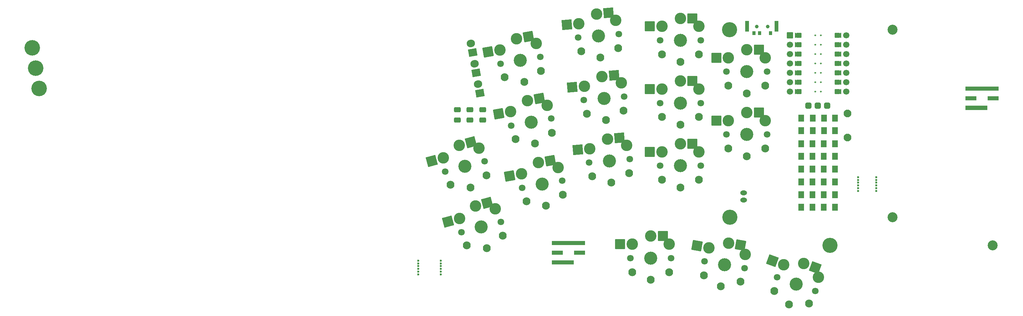
<source format=gbr>
%TF.GenerationSoftware,KiCad,Pcbnew,(6.0.8)*%
%TF.CreationDate,2023-01-01T22:00:03+01:00*%
%TF.ProjectId,rule169,72756c65-3136-4392-9e6b-696361645f70,v1.0.0*%
%TF.SameCoordinates,Original*%
%TF.FileFunction,Soldermask,Top*%
%TF.FilePolarity,Negative*%
%FSLAX46Y46*%
G04 Gerber Fmt 4.6, Leading zero omitted, Abs format (unit mm)*
G04 Created by KiCad (PCBNEW (6.0.8)) date 2023-01-01 22:00:03*
%MOMM*%
%LPD*%
G01*
G04 APERTURE LIST*
G04 Aperture macros list*
%AMRoundRect*
0 Rectangle with rounded corners*
0 $1 Rounding radius*
0 $2 $3 $4 $5 $6 $7 $8 $9 X,Y pos of 4 corners*
0 Add a 4 corners polygon primitive as box body*
4,1,4,$2,$3,$4,$5,$6,$7,$8,$9,$2,$3,0*
0 Add four circle primitives for the rounded corners*
1,1,$1+$1,$2,$3*
1,1,$1+$1,$4,$5*
1,1,$1+$1,$6,$7*
1,1,$1+$1,$8,$9*
0 Add four rect primitives between the rounded corners*
20,1,$1+$1,$2,$3,$4,$5,0*
20,1,$1+$1,$4,$5,$6,$7,0*
20,1,$1+$1,$6,$7,$8,$9,0*
20,1,$1+$1,$8,$9,$2,$3,0*%
%AMHorizOval*
0 Thick line with rounded ends*
0 $1 width*
0 $2 $3 position (X,Y) of the first rounded end (center of the circle)*
0 $4 $5 position (X,Y) of the second rounded end (center of the circle)*
0 Add line between two ends*
20,1,$1,$2,$3,$4,$5,0*
0 Add two circle primitives to create the rounded ends*
1,1,$1,$2,$3*
1,1,$1,$4,$5*%
%AMFreePoly0*
4,1,14,0.635355,0.435355,0.650000,0.400000,0.650000,0.200000,0.635355,0.164645,0.035355,-0.435355,0.000000,-0.450000,-0.035355,-0.435355,-0.635355,0.164645,-0.650000,0.200000,-0.650000,0.400000,-0.635355,0.435355,-0.600000,0.450000,0.600000,0.450000,0.635355,0.435355,0.635355,0.435355,$1*%
%AMFreePoly1*
4,1,16,0.635355,1.035355,0.650000,1.000000,0.650000,-0.250000,0.635355,-0.285355,0.600000,-0.300000,-0.600000,-0.300000,-0.635355,-0.285355,-0.650000,-0.250000,-0.650000,1.000000,-0.635355,1.035355,-0.600000,1.050000,-0.564645,1.035355,0.000000,0.470710,0.564645,1.035355,0.600000,1.050000,0.635355,1.035355,0.635355,1.035355,$1*%
G04 Aperture macros list end*
%ADD10C,0.000000*%
%ADD11C,0.250000*%
%ADD12C,0.100000*%
%ADD13HorizOval,2.005000X-0.125071X-0.022053X0.125071X0.022053X0*%
%ADD14RoundRect,0.050000X1.228500X-0.750576X0.897700X1.125483X-1.228500X0.750576X-0.897700X-1.125483X0*%
%ADD15C,3.100000*%
%ADD16C,3.529000*%
%ADD17C,1.801800*%
%ADD18C,2.132000*%
%ADD19RoundRect,0.050000X-1.181751X-1.408356X1.408356X-1.181751X1.181751X1.408356X-1.408356X1.181751X0*%
%ADD20RoundRect,0.050000X-0.750000X0.900000X-0.750000X-0.900000X0.750000X-0.900000X0.750000X0.900000X0*%
%ADD21C,0.600000*%
%ADD22RoundRect,0.050000X-1.300000X-1.300000X1.300000X-1.300000X1.300000X1.300000X-1.300000X1.300000X0*%
%ADD23C,4.200000*%
%ADD24C,2.700000*%
%ADD25RoundRect,0.050000X-0.919239X-1.592168X1.592168X-0.919239X0.919239X1.592168X-1.592168X0.919239X0*%
%ADD26C,1.000000*%
%ADD27RoundRect,0.050000X-0.350000X-0.500000X0.350000X-0.500000X0.350000X0.500000X-0.350000X0.500000X0*%
%ADD28RoundRect,0.050000X-0.500000X1.400000X-0.500000X-1.400000X0.500000X-1.400000X0.500000X1.400000X0*%
%ADD29C,4.100000*%
%ADD30RoundRect,0.050000X-1.054507X-1.505993X1.505993X-1.054507X1.054507X1.505993X-1.505993X1.054507X0*%
%ADD31C,1.700000*%
%ADD32FreePoly0,270.000000*%
%ADD33FreePoly0,90.000000*%
%ADD34RoundRect,0.050000X-0.800000X0.800000X-0.800000X-0.800000X0.800000X-0.800000X0.800000X0.800000X0*%
%ADD35FreePoly1,270.000000*%
%ADD36FreePoly1,90.000000*%
%ADD37RoundRect,0.450000X-0.400000X-0.400000X0.400000X-0.400000X0.400000X0.400000X-0.400000X0.400000X0*%
%ADD38O,1.850000X1.300000*%
%ADD39C,2.100000*%
%ADD40RoundRect,0.050000X-1.666227X-0.776974X0.776974X-1.666227X1.666227X0.776974X-0.776974X1.666227X0*%
%ADD41RoundRect,0.050000X-1.505993X-1.054507X1.054507X-1.505993X1.505993X1.054507X-1.054507X1.505993X0*%
%ADD42RoundRect,0.300000X-0.625000X0.375000X-0.625000X-0.375000X0.625000X-0.375000X0.625000X0.375000X0*%
G04 APERTURE END LIST*
D10*
G36*
X180883473Y-90410205D02*
G01*
X177923317Y-90410205D01*
X177923318Y-89280254D01*
X180883473Y-89280254D01*
X180883473Y-90410205D01*
G37*
G36*
X286767152Y-48567503D02*
G01*
X283806642Y-48567503D01*
X283806642Y-47437558D01*
X286767151Y-47437558D01*
X286767152Y-48567503D01*
G37*
G36*
X292777040Y-45954125D02*
G01*
X283806642Y-45954125D01*
X283806641Y-44824175D01*
X292777039Y-44824175D01*
X292777040Y-45954125D01*
G37*
G36*
X174873556Y-90410205D02*
G01*
X171913392Y-90410205D01*
X171913392Y-89280254D01*
X174873551Y-89280254D01*
X174873556Y-90410205D01*
G37*
G36*
X180883473Y-87796825D02*
G01*
X171913044Y-87796824D01*
X171913044Y-86666873D01*
X180883473Y-86666873D01*
X180883473Y-87796825D01*
G37*
G36*
X177833714Y-93023578D02*
G01*
X171913399Y-93023578D01*
X171913399Y-91893985D01*
X177833714Y-91893985D01*
X177833714Y-93023578D01*
G37*
G36*
X174873556Y-90410205D02*
G01*
X171913392Y-90410205D01*
X171913392Y-89280254D01*
X174873551Y-89280254D01*
X174873556Y-90410205D01*
G37*
G36*
X177833714Y-93023578D02*
G01*
X171913399Y-93023578D01*
X171913399Y-91893985D01*
X177833714Y-91893985D01*
X177833714Y-93023578D01*
G37*
G36*
X289727295Y-51181233D02*
G01*
X283806641Y-51181233D01*
X283806642Y-50051287D01*
X289727296Y-50051287D01*
X289727295Y-51181233D01*
G37*
G36*
X180883473Y-87796825D02*
G01*
X171913044Y-87796824D01*
X171913044Y-86666873D01*
X180883473Y-86666873D01*
X180883473Y-87796825D01*
G37*
G36*
X292777040Y-48567503D02*
G01*
X289816896Y-48567503D01*
X289816895Y-47437558D01*
X292777040Y-47437558D01*
X292777040Y-48567503D01*
G37*
G36*
X180883473Y-90410205D02*
G01*
X177923317Y-90410205D01*
X177923318Y-89280254D01*
X180883473Y-89280254D01*
X180883473Y-90410205D01*
G37*
D11*
%TO.C,U1*%
X243287209Y-46199069D02*
G75*
G03*
X243287209Y-46199069I-125000J0D01*
G01*
X244811209Y-30959069D02*
G75*
G03*
X244811209Y-30959069I-125000J0D01*
G01*
X243287209Y-38579069D02*
G75*
G03*
X243287209Y-38579069I-125000J0D01*
G01*
X244811209Y-33499069D02*
G75*
G03*
X244811209Y-33499069I-125000J0D01*
G01*
X243287209Y-33499069D02*
G75*
G03*
X243287209Y-33499069I-125000J0D01*
G01*
X243287209Y-30959069D02*
G75*
G03*
X243287209Y-30959069I-125000J0D01*
G01*
X244811209Y-36039069D02*
G75*
G03*
X244811209Y-36039069I-125000J0D01*
G01*
X244811209Y-43659069D02*
G75*
G03*
X244811209Y-43659069I-125000J0D01*
G01*
X243287209Y-43659069D02*
G75*
G03*
X243287209Y-43659069I-125000J0D01*
G01*
X243287209Y-36039069D02*
G75*
G03*
X243287209Y-36039069I-125000J0D01*
G01*
X244811209Y-41119069D02*
G75*
G03*
X244811209Y-41119069I-125000J0D01*
G01*
X244811209Y-38579069D02*
G75*
G03*
X244811209Y-38579069I-125000J0D01*
G01*
X244811209Y-46199069D02*
G75*
G03*
X244811209Y-46199069I-125000J0D01*
G01*
X243287209Y-41119069D02*
G75*
G03*
X243287209Y-41119069I-125000J0D01*
G01*
G36*
X250020209Y-46707069D02*
G01*
X249004209Y-46707069D01*
X249004209Y-45691069D01*
X250020209Y-45691069D01*
X250020209Y-46707069D01*
G37*
D12*
X250020209Y-46707069D02*
X249004209Y-46707069D01*
X249004209Y-45691069D01*
X250020209Y-45691069D01*
X250020209Y-46707069D01*
G36*
X250020209Y-34007069D02*
G01*
X249004209Y-34007069D01*
X249004209Y-32991069D01*
X250020209Y-32991069D01*
X250020209Y-34007069D01*
G37*
X250020209Y-34007069D02*
X249004209Y-34007069D01*
X249004209Y-32991069D01*
X250020209Y-32991069D01*
X250020209Y-34007069D01*
G36*
X238844209Y-41627069D02*
G01*
X237828209Y-41627069D01*
X237828209Y-40611069D01*
X238844209Y-40611069D01*
X238844209Y-41627069D01*
G37*
X238844209Y-41627069D02*
X237828209Y-41627069D01*
X237828209Y-40611069D01*
X238844209Y-40611069D01*
X238844209Y-41627069D01*
G36*
X250020209Y-39087069D02*
G01*
X249004209Y-39087069D01*
X249004209Y-38071069D01*
X250020209Y-38071069D01*
X250020209Y-39087069D01*
G37*
X250020209Y-39087069D02*
X249004209Y-39087069D01*
X249004209Y-38071069D01*
X250020209Y-38071069D01*
X250020209Y-39087069D01*
G36*
X238844209Y-44167069D02*
G01*
X237828209Y-44167069D01*
X237828209Y-43151069D01*
X238844209Y-43151069D01*
X238844209Y-44167069D01*
G37*
X238844209Y-44167069D02*
X237828209Y-44167069D01*
X237828209Y-43151069D01*
X238844209Y-43151069D01*
X238844209Y-44167069D01*
G36*
X238844209Y-31467069D02*
G01*
X237828209Y-31467069D01*
X237828209Y-30451069D01*
X238844209Y-30451069D01*
X238844209Y-31467069D01*
G37*
X238844209Y-31467069D02*
X237828209Y-31467069D01*
X237828209Y-30451069D01*
X238844209Y-30451069D01*
X238844209Y-31467069D01*
G36*
X250020209Y-44167069D02*
G01*
X249004209Y-44167069D01*
X249004209Y-43151069D01*
X250020209Y-43151069D01*
X250020209Y-44167069D01*
G37*
X250020209Y-44167069D02*
X249004209Y-44167069D01*
X249004209Y-43151069D01*
X250020209Y-43151069D01*
X250020209Y-44167069D01*
G36*
X250020209Y-36547069D02*
G01*
X249004209Y-36547069D01*
X249004209Y-35531069D01*
X250020209Y-35531069D01*
X250020209Y-36547069D01*
G37*
X250020209Y-36547069D02*
X249004209Y-36547069D01*
X249004209Y-35531069D01*
X250020209Y-35531069D01*
X250020209Y-36547069D01*
G36*
X238844209Y-34007069D02*
G01*
X237828209Y-34007069D01*
X237828209Y-32991069D01*
X238844209Y-32991069D01*
X238844209Y-34007069D01*
G37*
X238844209Y-34007069D02*
X237828209Y-34007069D01*
X237828209Y-32991069D01*
X238844209Y-32991069D01*
X238844209Y-34007069D01*
G36*
X238844209Y-39087069D02*
G01*
X237828209Y-39087069D01*
X237828209Y-38071069D01*
X238844209Y-38071069D01*
X238844209Y-39087069D01*
G37*
X238844209Y-39087069D02*
X237828209Y-39087069D01*
X237828209Y-38071069D01*
X238844209Y-38071069D01*
X238844209Y-39087069D01*
G36*
X250020209Y-41627069D02*
G01*
X249004209Y-41627069D01*
X249004209Y-40611069D01*
X250020209Y-40611069D01*
X250020209Y-41627069D01*
G37*
X250020209Y-41627069D02*
X249004209Y-41627069D01*
X249004209Y-40611069D01*
X250020209Y-40611069D01*
X250020209Y-41627069D01*
G36*
X238844209Y-46707069D02*
G01*
X237828209Y-46707069D01*
X237828209Y-45691069D01*
X238844209Y-45691069D01*
X238844209Y-46707069D01*
G37*
X238844209Y-46707069D02*
X237828209Y-46707069D01*
X237828209Y-45691069D01*
X238844209Y-45691069D01*
X238844209Y-46707069D01*
G36*
X250020209Y-31467069D02*
G01*
X249004209Y-31467069D01*
X249004209Y-30451069D01*
X250020209Y-30451069D01*
X250020209Y-31467069D01*
G37*
X250020209Y-31467069D02*
X249004209Y-31467069D01*
X249004209Y-30451069D01*
X250020209Y-30451069D01*
X250020209Y-31467069D01*
G36*
X238844209Y-36547069D02*
G01*
X237828209Y-36547069D01*
X237828209Y-35531069D01*
X238844209Y-35531069D01*
X238844209Y-36547069D01*
G37*
X238844209Y-36547069D02*
X237828209Y-36547069D01*
X237828209Y-35531069D01*
X238844209Y-35531069D01*
X238844209Y-36547069D01*
%TD*%
D13*
%TO.C,L1*%
X149984042Y-33150014D03*
D14*
X150422330Y-35635669D03*
%TD*%
D15*
%TO.C,S11*%
X186940985Y-59043894D03*
X182151754Y-61671301D03*
X192113701Y-60799743D03*
D16*
X187459562Y-64971252D03*
D17*
X181980491Y-65450609D03*
X192938633Y-64491895D03*
D18*
X187973781Y-70848801D03*
D19*
X190203523Y-58758458D03*
D18*
X192771727Y-68321013D03*
D19*
X178889217Y-61956736D03*
D18*
X182809780Y-69192571D03*
%TD*%
D20*
%TO.C,D2*%
X245500765Y-53384830D03*
X245500765Y-56784830D03*
%TD*%
D21*
%TO.C,REF\u002A\u002A*%
X135684000Y-92003000D03*
X135684000Y-93483000D03*
X135684000Y-94963000D03*
X135684000Y-92743000D03*
X135684000Y-95703000D03*
X135684000Y-94223000D03*
%TD*%
D20*
%TO.C,D12*%
X239396434Y-67240275D03*
X239396434Y-70640275D03*
%TD*%
D16*
%TO.C,S13*%
X224648729Y-57803880D03*
D17*
X230148729Y-57803880D03*
X219148729Y-57803880D03*
D15*
X224648729Y-51853880D03*
X229648729Y-54053880D03*
X219648729Y-54053880D03*
D18*
X224648729Y-63703880D03*
D22*
X227923729Y-51853880D03*
D18*
X219648729Y-61603880D03*
X229648729Y-61603880D03*
D22*
X216373729Y-54053880D03*
%TD*%
D20*
%TO.C,D16*%
X242444430Y-74167999D03*
X242444430Y-77567999D03*
%TD*%
D15*
%TO.C,S4*%
X229648731Y-37053873D03*
D17*
X219148731Y-40803873D03*
D16*
X224648731Y-40803873D03*
D15*
X219648731Y-37053873D03*
X224648731Y-34853873D03*
D17*
X230148731Y-40803873D03*
D18*
X224648731Y-46703873D03*
D22*
X227923731Y-34853873D03*
D18*
X219648731Y-44603873D03*
X229648731Y-44603873D03*
D22*
X216373731Y-37053873D03*
%TD*%
D21*
%TO.C,REF\u002A\u002A*%
X254762000Y-70137000D03*
X254762000Y-70877000D03*
X254762000Y-72357000D03*
X254762000Y-73097000D03*
X254762000Y-71617000D03*
X254762000Y-69397000D03*
%TD*%
D23*
%TO.C,*%
X32179313Y-39887738D03*
%TD*%
D24*
%TO.C,*%
X264116865Y-80270476D03*
%TD*%
D20*
%TO.C,D4*%
X239396428Y-53384830D03*
X239396428Y-56784830D03*
%TD*%
%TO.C,D5*%
X248540436Y-60312552D03*
X248540436Y-63712552D03*
%TD*%
%TO.C,D14*%
X248540430Y-74168000D03*
X248540430Y-77568000D03*
%TD*%
D15*
%TO.C,S12*%
X211648730Y-62553877D03*
D17*
X201148730Y-66303877D03*
D16*
X206648730Y-66303877D03*
D17*
X212148730Y-66303877D03*
D15*
X206648730Y-60353877D03*
X201648730Y-62553877D03*
D22*
X209923730Y-60353877D03*
D18*
X206648730Y-72203877D03*
X211648730Y-70103877D03*
X201648730Y-70103877D03*
D22*
X198373730Y-62553877D03*
%TD*%
D20*
%TO.C,D15*%
X245492430Y-74167999D03*
X245492430Y-77567999D03*
%TD*%
D24*
%TO.C,*%
X291199906Y-87884000D03*
%TD*%
%TO.C,REF\u002A\u002A*%
X264066063Y-29408473D03*
%TD*%
D20*
%TO.C,D8*%
X239396424Y-60312553D03*
X239396424Y-63712553D03*
%TD*%
D15*
%TO.C,S3*%
X201648726Y-28553870D03*
D17*
X201148726Y-32303870D03*
D15*
X211648726Y-28553870D03*
X206648726Y-26353870D03*
D16*
X206648726Y-32303870D03*
D17*
X212148726Y-32303870D03*
D22*
X209923726Y-26353870D03*
D18*
X206648726Y-38203870D03*
X211648726Y-36103870D03*
D22*
X198373726Y-28553870D03*
D18*
X201648726Y-36103870D03*
%TD*%
D15*
%TO.C,S2*%
X183977693Y-25173273D03*
X179188462Y-27800680D03*
D17*
X179017199Y-31579988D03*
D15*
X189150409Y-26929122D03*
D17*
X189975341Y-30621274D03*
D16*
X184496270Y-31100631D03*
D18*
X185010489Y-36978180D03*
D19*
X187240231Y-24887837D03*
X175925925Y-28086115D03*
D18*
X179846488Y-35321950D03*
X189808435Y-34450392D03*
%TD*%
D23*
%TO.C,*%
X33148424Y-45383831D03*
%TD*%
D21*
%TO.C,REF\u002A\u002A*%
X141859000Y-94963000D03*
X141859000Y-95703000D03*
X141859000Y-93483000D03*
X141859000Y-92003000D03*
X141859000Y-94223000D03*
X141859000Y-92743000D03*
%TD*%
D15*
%TO.C,S8*%
X201648724Y-45553883D03*
X206648724Y-43353883D03*
D17*
X201148724Y-49303883D03*
D16*
X206648724Y-49303883D03*
D15*
X211648724Y-45553883D03*
D17*
X212148724Y-49303883D03*
D18*
X206648724Y-55203883D03*
D22*
X209923724Y-43353883D03*
D18*
X211648724Y-53103883D03*
X201648724Y-53103883D03*
D22*
X198373724Y-45553883D03*
%TD*%
D17*
%TO.C,S5*%
X153640966Y-65059790D03*
D16*
X148328374Y-66483295D03*
D17*
X143015782Y-67906800D03*
D15*
X142528173Y-64155168D03*
X146788401Y-60736036D03*
X152187432Y-61566978D03*
D18*
X149855406Y-72182257D03*
D25*
X149951808Y-59888404D03*
D18*
X154141516Y-68859718D03*
X144482257Y-71447908D03*
D25*
X139364766Y-65002801D03*
%TD*%
D20*
%TO.C,D10*%
X245492428Y-67240275D03*
X245492428Y-70640275D03*
%TD*%
D26*
%TO.C,PSW1*%
X230314000Y-28614566D03*
X227314000Y-28564566D03*
D27*
X231064000Y-30414566D03*
X228064000Y-30414566D03*
X226564000Y-30414566D03*
D28*
X224714000Y-28514566D03*
X232664000Y-28514566D03*
%TD*%
D20*
%TO.C,D6*%
X245492431Y-60312553D03*
X245492431Y-63712553D03*
%TD*%
%TO.C,D1*%
X248540433Y-53384830D03*
X248540433Y-56784830D03*
%TD*%
D29*
%TO.C,REF\u002A\u002A*%
X220008156Y-29408474D03*
%TD*%
D15*
%TO.C,S6*%
X160741920Y-51658472D03*
D17*
X160900696Y-55438325D03*
D16*
X166317139Y-54483260D03*
D15*
X170589997Y-49921990D03*
X165283932Y-48623654D03*
D17*
X171733582Y-53528195D03*
D30*
X168509178Y-48054956D03*
D18*
X167341663Y-60293626D03*
D30*
X157516674Y-52227170D03*
D18*
X162052963Y-59093770D03*
X171901041Y-57357289D03*
%TD*%
D15*
%TO.C,S9*%
X146928096Y-80575913D03*
D17*
X147415705Y-84327545D03*
X158040889Y-81480535D03*
D15*
X151188324Y-77156781D03*
X156587355Y-77987723D03*
D16*
X152728297Y-82904040D03*
D25*
X154351731Y-76309149D03*
D18*
X154255329Y-88603002D03*
X148882180Y-87868653D03*
X158541439Y-85280463D03*
D25*
X143764689Y-81423546D03*
%TD*%
D31*
%TO.C,U1*%
X236304209Y-46199069D03*
D32*
X249766209Y-43659069D03*
D31*
X251544209Y-33499069D03*
D33*
X238082209Y-43659069D03*
X238082209Y-38579069D03*
D31*
X251544209Y-41119069D03*
D33*
X238082209Y-30959069D03*
D32*
X249766209Y-38579069D03*
D31*
X251544209Y-43659069D03*
D32*
X249766209Y-30959069D03*
X249766209Y-41119069D03*
X249766209Y-36039069D03*
D31*
X251544209Y-38579069D03*
D33*
X238082209Y-36039069D03*
X238082209Y-41119069D03*
D31*
X251544209Y-46199069D03*
D32*
X249766209Y-46199069D03*
D33*
X238082209Y-33499069D03*
D31*
X236304209Y-36039069D03*
X236304209Y-41119069D03*
D34*
X236304209Y-30959069D03*
D31*
X236304209Y-43659069D03*
X236304209Y-33499069D03*
D33*
X238082209Y-46199069D03*
D32*
X249766209Y-33499069D03*
D31*
X236304209Y-38579069D03*
X251544209Y-36039069D03*
X236304209Y-30959069D03*
X251544209Y-30959069D03*
D35*
X248750209Y-30959069D03*
X248750209Y-33499069D03*
X248750209Y-36039069D03*
X248750209Y-38579069D03*
X248750209Y-41119069D03*
X248750209Y-43659069D03*
X248750209Y-46199069D03*
D36*
X239098209Y-46199069D03*
X239098209Y-43659069D03*
X239098209Y-41119069D03*
X239098209Y-38579069D03*
X239098209Y-36039069D03*
X239098209Y-33499069D03*
X239098209Y-30959069D03*
D37*
X246362609Y-50009069D03*
X241282609Y-50009069D03*
X243822609Y-50009069D03*
%TD*%
D17*
%TO.C,S1*%
X157948682Y-38696591D03*
D15*
X157789906Y-34916738D03*
X162331918Y-31881920D03*
D16*
X163365125Y-37741526D03*
D17*
X168781568Y-36786461D03*
D15*
X167637983Y-33180256D03*
D30*
X165557164Y-31313222D03*
D18*
X164389649Y-43551892D03*
X168949027Y-40615555D03*
D30*
X154564660Y-35485436D03*
D18*
X159100949Y-42352036D03*
%TD*%
D20*
%TO.C,D11*%
X242444431Y-67240275D03*
X242444431Y-70640275D03*
%TD*%
%TO.C,D9*%
X248540426Y-67240275D03*
X248540426Y-70640275D03*
%TD*%
D17*
%TO.C,S7*%
X180498835Y-48515300D03*
D15*
X180670098Y-44735992D03*
X190632045Y-43864434D03*
X185459329Y-42108585D03*
D17*
X191456977Y-47556586D03*
D16*
X185977906Y-48035943D03*
D19*
X188721867Y-41823149D03*
D18*
X186492125Y-53913492D03*
X181328124Y-52257262D03*
D19*
X177407561Y-45021427D03*
D18*
X191290071Y-51385704D03*
%TD*%
D38*
%TO.C,BT1*%
X223775423Y-75609831D03*
X223775423Y-73609831D03*
%TD*%
D29*
%TO.C,*%
X220058958Y-80270473D03*
%TD*%
D39*
%TO.C,RSW1*%
X251870956Y-52141473D03*
X251870956Y-58641473D03*
%TD*%
D15*
%TO.C,S10*%
X168235944Y-65447177D03*
X163693932Y-68481995D03*
D17*
X163852708Y-72261848D03*
X174685594Y-70351718D03*
D15*
X173542009Y-66745513D03*
D16*
X169269151Y-71306783D03*
D18*
X170293675Y-77117149D03*
D30*
X171461190Y-64878479D03*
D18*
X174853053Y-74180812D03*
D30*
X160468686Y-69050693D03*
D18*
X165004975Y-75917293D03*
%TD*%
D15*
%TO.C,S14*%
X234616419Y-93115550D03*
X240067327Y-92758327D03*
X244013346Y-96535751D03*
D17*
X243200616Y-100230609D03*
D16*
X238032307Y-98349498D03*
D17*
X232863998Y-96468387D03*
D40*
X243144820Y-93878443D03*
D18*
X236014388Y-103893684D03*
X241431094Y-103630431D03*
X232034167Y-100210229D03*
D40*
X231538926Y-91995434D03*
%TD*%
D21*
%TO.C,REF\u002A\u002A*%
X259667000Y-70877000D03*
X259667000Y-72357000D03*
X259667000Y-69397000D03*
X259667000Y-73097000D03*
X259667000Y-71617000D03*
X259667000Y-70137000D03*
%TD*%
D15*
%TO.C,S15*%
X224223936Y-90279092D03*
X214375859Y-88542610D03*
D17*
X213232274Y-92148815D03*
D15*
X219681924Y-87244274D03*
D16*
X218648717Y-93103880D03*
D17*
X224065160Y-94058945D03*
D18*
X217624193Y-98914246D03*
D41*
X222907169Y-87812972D03*
D18*
X213064815Y-95977909D03*
D41*
X211150614Y-87973912D03*
D18*
X222912893Y-97714390D03*
%TD*%
D20*
%TO.C,D7*%
X242444428Y-60312553D03*
X242444428Y-63712553D03*
%TD*%
D23*
%TO.C,*%
X31215848Y-34387150D03*
%TD*%
D20*
%TO.C,D13*%
X239396430Y-74167999D03*
X239396430Y-77567999D03*
%TD*%
D13*
%TO.C,L2*%
X150952999Y-38645246D03*
D14*
X151391287Y-41130901D03*
%TD*%
D13*
%TO.C,L3*%
X151921957Y-44140474D03*
D14*
X152360245Y-46626129D03*
%TD*%
D20*
%TO.C,D3*%
X242461096Y-53384830D03*
X242461096Y-56784830D03*
%TD*%
D29*
%TO.C,*%
X247141998Y-87883997D03*
%TD*%
D15*
%TO.C,S16*%
X198648728Y-85353877D03*
D17*
X193148728Y-91303877D03*
D16*
X198648728Y-91303877D03*
D17*
X204148728Y-91303877D03*
D15*
X193648728Y-87553877D03*
X203648728Y-87553877D03*
D22*
X201923728Y-85353877D03*
D18*
X198648728Y-97203877D03*
D22*
X190373728Y-87553877D03*
D18*
X203648728Y-95103877D03*
X193648728Y-95103877D03*
%TD*%
D42*
%TO.C,R2*%
X149734424Y-51098831D03*
X149734424Y-53898831D03*
%TD*%
%TO.C,R1*%
X146305423Y-51098831D03*
X146305423Y-53898831D03*
%TD*%
%TO.C,R3*%
X153163424Y-51098831D03*
X153163424Y-53898831D03*
%TD*%
M02*

</source>
